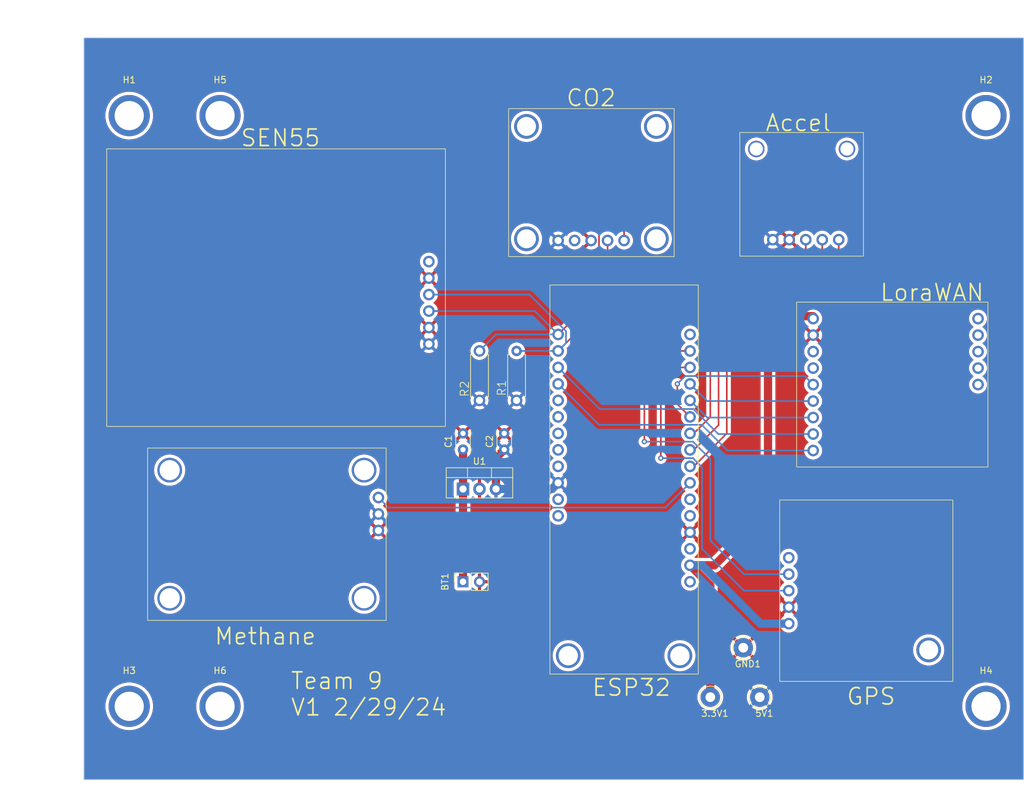
<source format=kicad_pcb>
(kicad_pcb (version 20221018) (generator pcbnew)
  (layers (0 "F.Cu" signal) (31 "B.Cu" signal) (34 "B.Paste" user) (35 "F.Paste" user) (36 "B.SilkS" user "B.Silkscreen") (37 "F.SilkS" user "F.Silkscreen") (38 "B.Mask" user) (39 "F.Mask" user) (44 "Edge.Cuts" user))
  (net 0 "")
  (net 1 "+5V")
  (net 2 "Net-(CO2-SCL)")
  (net 3 "Net-(CO2-SDA)")
  (net 4 "GND")
  (net 5 "Net-(Accelerometer1-Zout)")
  (net 6 "Net-(Accelerometer1-Yout)")
  (net 7 "Net-(Accelerometer1-Xout)")
  (net 10 "Net-(ESP32-WROOM-32E1-TX)")
  (net 11 "Net-(ESP32-WROOM-32E1-RX)")
  (net 12 "+3.3V")
  (net 14 "Net-(ESP32-WROOM-32E1-SCK)")
  (net 15 "Net-(ESP32-WROOM-32E1-MISO)")
  (net 16 "Net-(ESP32-WROOM-32E1-MOSI)")
  (net 17 "Net-(ESP32-WROOM-32E1-D04)")
  (net 18 "Net-(ESP32-WROOM-32E1-D06)")
  (net 24 "Net-(BT1-+)")
  (net 25 "Net-(ESP32-WROOM-32E1-A2)")
  (footprint "my-sensors:SEN55" (layer "F.Cu") (at 106.5038 110.6948 180)
    (fp_text reference "SEN55" (at 25.4 44.45 unlocked) (layer "F.SilkS") (effects (font (size 2.54 2.54) (thickness 0.254))))
    (fp_text value "~")
    (fp_rect (start 0 0) (end 52.1716 42.7736) (stroke (width 0.1)) (fill none) (layer "F.SilkS"))
    (pad "1" thru_hole circle (at 2.54 12.7 180) (size 1.778 1.778) (drill 1.0922) (layers "*.Cu" "*.Mask") (net 1 "+5V"))
    (pad "2" thru_hole circle (at 2.54 15.24 180) (size 1.778 1.778) (drill 1.0922) (layers "*.Cu" "*.Mask") (net 4 "GND"))
    (pad "3" thru_hole circle (at 2.54 17.78 180) (size 1.778 1.778) (drill 1.0922) (layers "*.Cu" "*.Mask") (net 3 "Net-(CO2-SDA)"))
    (pad "4" thru_hole circle (at 2.54 20.32 180) (size 1.778 1.778) (drill 1.0922) (layers "*.Cu" "*.Mask") (net 2 "Net-(CO2-SCL)"))
    (pad "5" thru_hole circle (at 2.54 22.86 180) (size 1.778 1.778) (drill 1.0922) (layers "*.Cu" "*.Mask") (net 4 "GND"))
    (pad "6" thru_hole circle (at 2.54 25.4 180) (size 1.778 1.778) (drill 1.0922) (layers "*.Cu" "*.Mask"))
  )
  (footprint "Connector_PinSocket_2.54mm:PinSocket_1x02_P2.54mm_Vertical" (layer "F.Cu") (at 109.22 134.62 90)
    (fp_text reference "BT1" (at 0 -2.77 90) (layer "F.SilkS"))
    (fp_text value "Battery")
    (fp_line (start -1.33 1.27) (end -1.33 3.87) (stroke (width 0.12)) (layer "F.SilkS"))
    (fp_line (start -1.33 1.27) (end 1.33 1.27) (stroke (width 0.12)) (layer "F.SilkS"))
    (fp_line (start -1.33 3.87) (end 1.33 3.87) (stroke (width 0.12)) (layer "F.SilkS"))
    (fp_line (start 0 -1.33) (end 1.33 -1.33) (stroke (width 0.12)) (layer "F.SilkS"))
    (fp_line (start 1.33 -1.33) (end 1.33 0) (stroke (width 0.12)) (layer "F.SilkS"))
    (fp_line (start 1.33 1.27) (end 1.33 3.87) (stroke (width 0.12)) (layer "F.SilkS"))
    (pad "1" thru_hole rect (at 0 0 90) (size 1.7 1.7) (drill 1) (layers "*.Cu" "*.Mask") (net 24 "Net-(BT1-+)"))
    (pad "2" thru_hole oval (at 0 2.54 90) (size 1.7 1.7) (drill 1) (layers "*.Cu" "*.Mask") (net 4 "GND"))
  )
  (footprint "MountingHole:MountingHole_4.5mm_Pad" (layer "F.Cu") (at 71.7931 153.8097)
    (fp_text reference "H6" (at 0 -5.5) (layer "F.SilkS"))
    (fp_text value "MountingHole")
    (pad "6" thru_hole circle (at 0 0) (size 6.35 6.35) (drill 4.5) (layers "*.Cu" "*.Mask"))
  )
  (footprint "Resistor_THT:R_Axial_DIN0207_L6.3mm_D2.5mm_P7.62mm_Horizontal" (layer "F.Cu") (at 117.475 106.68 90)
    (fp_text reference "R1" (at 1.905 -2.286 90) (layer "F.SilkS") (effects (font (size 1.27 1.27) (thickness 0.127))))
    (fp_text value "4.7k" hide)
    (fp_line (start 0.54 -1.37) (end 7.08 -1.37) (stroke (width 0.12)) (layer "F.SilkS"))
    (fp_line (start 0.54 -1.04) (end 0.54 -1.37) (stroke (width 0.12)) (layer "F.SilkS"))
    (fp_line (start 0.54 1.04) (end 0.54 1.37) (stroke (width 0.12)) (layer "F.SilkS"))
    (fp_line (start 0.54 1.37) (end 7.08 1.37) (stroke (width 0.12)) (layer "F.SilkS"))
    (fp_line (start 7.08 -1.37) (end 7.08 -1.04) (stroke (width 0.12)) (layer "F.SilkS"))
    (fp_line (start 7.08 1.37) (end 7.08 1.04) (stroke (width 0.12)) (layer "F.SilkS"))
    (pad "1" thru_hole circle (at 0 0 90) (size 1.778 1.778) (drill 1.0922) (layers "*.Cu" "*.Mask") (net 1 "+5V"))
    (pad "2" thru_hole oval (at 7.62 0 90) (size 1.6 1.6) (drill 0.8) (layers "*.Cu" "*.Mask") (net 2 "Net-(CO2-SCL)"))
  )
  (footprint "Capacitor_THT:C_Disc_D3.0mm_W2.0mm_P2.50mm" (layer "F.Cu") (at 115.57 114.26 90)
    (fp_text reference "C2" (at 1.25 -2.25 90) (layer "F.SilkS"))
    (fp_text value "0.1")
    (fp_line (start -0.37 -1.12) (end -0.37 -1.055) (stroke (width 0.12)) (layer "F.SilkS"))
    (fp_line (start -0.37 -1.12) (end 2.87 -1.12) (stroke (width 0.12)) (layer "F.SilkS"))
    (fp_line (start -0.37 1.055) (end -0.37 1.12) (stroke (width 0.12)) (layer "F.SilkS"))
    (fp_line (start -0.37 1.12) (end 2.87 1.12) (stroke (width 0.12)) (layer "F.SilkS"))
    (fp_line (start 2.87 -1.12) (end 2.87 -1.055) (stroke (width 0.12)) (layer "F.SilkS"))
    (fp_line (start 2.87 1.055) (end 2.87 1.12) (stroke (width 0.12)) (layer "F.SilkS"))
    (pad "1" thru_hole circle (at 0 0 90) (size 1.6 1.6) (drill 0.8) (layers "*.Cu" "*.Mask") (net 1 "+5V"))
    (pad "2" thru_hole circle (at 2.5 0 90) (size 1.6 1.6) (drill 0.8) (layers "*.Cu" "*.Mask") (net 4 "GND"))
  )
  (footprint "MountingHole:MountingHole_4.5mm_Pad" (layer "F.Cu") (at 57.7977 153.8097)
    (fp_text reference "H3" (at 0 -5.5) (layer "F.SilkS"))
    (fp_text value "MountingHole")
    (pad "3" thru_hole circle (at 0 0) (size 6.35 6.35) (drill 4.5) (layers "*.Cu" "*.Mask"))
  )
  (footprint "Resistor_THT:R_Axial_DIN0207_L6.3mm_D2.5mm_P7.62mm_Horizontal" (layer "F.Cu") (at 111.76 106.68 90)
    (fp_text reference "R2" (at 1.778 -2.286 90) (layer "F.SilkS") (effects (font (size 1.27 1.27) (thickness 0.127))))
    (fp_text value "4.7k" hide)
    (fp_line (start 0.54 -1.37) (end 7.08 -1.37) (stroke (width 0.12)) (layer "F.SilkS"))
    (fp_line (start 0.54 -1.04) (end 0.54 -1.37) (stroke (width 0.12)) (layer "F.SilkS"))
    (fp_line (start 0.54 1.04) (end 0.54 1.37) (stroke (width 0.12)) (layer "F.SilkS"))
    (fp_line (start 0.54 1.37) (end 7.08 1.37) (stroke (width 0.12)) (layer "F.SilkS"))
    (fp_line (start 7.08 -1.37) (end 7.08 -1.04) (stroke (width 0.12)) (layer "F.SilkS"))
    (fp_line (start 7.08 1.37) (end 7.08 1.04) (stroke (width 0.12)) (layer "F.SilkS"))
    (pad "1" thru_hole circle (at 0 0 90) (size 1.778 1.778) (drill 1.0922) (layers "*.Cu" "*.Mask") (net 1 "+5V"))
    (pad "2" thru_hole circle (at 7.62 0 90) (size 1.778 1.778) (drill 1.0922) (layers "*.Cu" "*.Mask") (net 3 "Net-(CO2-SDA)"))
  )
  (footprint "Capacitor_THT:C_Disc_D3.0mm_W2.0mm_P2.50mm" (layer "F.Cu") (at 109.22 114.26 90)
    (fp_text reference "C1" (at 1.25 -2.25 90) (layer "F.SilkS"))
    (fp_text value "0.22")
    (fp_line (start -0.37 -1.12) (end -0.37 -1.055) (stroke (width 0.12)) (layer "F.SilkS"))
    (fp_line (start -0.37 -1.12) (end 2.87 -1.12) (stroke (width 0.12)) (layer "F.SilkS"))
    (fp_line (start -0.37 1.055) (end -0.37 1.12) (stroke (width 0.12)) (layer "F.SilkS"))
    (fp_line (start -0.37 1.12) (end 2.87 1.12) (stroke (width 0.12)) (layer "F.SilkS"))
    (fp_line (start 2.87 -1.12) (end 2.87 -1.055) (stroke (width 0.12)) (layer "F.SilkS"))
    (fp_line (start 2.87 1.055) (end 2.87 1.12) (stroke (width 0.12)) (layer "F.SilkS"))
    (pad "1" thru_hole circle (at 0 0 90) (size 1.6 1.6) (drill 0.8) (layers "*.Cu" "*.Mask") (net 24 "Net-(BT1-+)"))
    (pad "2" thru_hole circle (at 2.5 0 90) (size 1.6 1.6) (drill 0.8) (layers "*.Cu" "*.Mask") (net 4 "GND"))
  )
  (footprint "MountingHole:MountingHole_4.5mm_Pad" (layer "F.Cu") (at 189.8015 62.8015)
    (fp_text reference "H2" (at 0 -5.5) (layer "F.SilkS"))
    (fp_text value "MountingHole")
    (pad "2" thru_hole circle (at 0 0) (size 6.35 6.35) (drill 4.5) (layers "*.Cu" "*.Mask"))
  )
  (footprint "my-sensors:ESP32" (layer "F.Cu") (at 122.6058 88.9)
    (fp_text reference "ESP32-WROOM-32E1")
    (fp_text value "~")
    (fp_text user "ESP32" (at 6.35 63.5 unlocked) (layer "F.SilkS") (effects (font (size 2.54 2.54) (thickness 0.254)) (justify left bottom)))
    (fp_rect (start 0 0) (end 22.86 59.944) (stroke (width 0.1)) (fill none) (layer "F.SilkS"))
    (pad "1" thru_hole circle (at 1.27 7.62) (size 1.778 1.778) (drill 1.0922) (layers "*.Cu" "*.Mask") (net 3 "Net-(CO2-SDA)"))
    (pad "2" thru_hole circle (at 1.27 10.16) (size 1.778 1.778) (drill 1.0922) (layers "*.Cu" "*.Mask") (net 2 "Net-(CO2-SCL)"))
    (pad "3" thru_hole circle (at 1.27 12.7) (size 1.778 1.778) (drill 1.0922) (layers "*.Cu" "*.Mask") (net 17 "Net-(ESP32-WROOM-32E1-D04)"))
    (pad "4" thru_hole circle (at 1.27 15.24) (size 1.778 1.778) (drill 1.0922) (layers "*.Cu" "*.Mask") (net 18 "Net-(ESP32-WROOM-32E1-D06)"))
    (pad "5" thru_hole circle (at 1.27 17.78) (size 1.778 1.778) (drill 1.0922) (layers "*.Cu" "*.Mask"))
    (pad "6" thru_hole circle (at 1.27 20.32) (size 1.778 1.778) (drill 1.0922) (layers "*.Cu" "*.Mask"))
    (pad "7" thru_hole circle (at 1.27 22.86) (size 1.778 1.778) (drill 1.0922) (layers "*.Cu" "*.Mask"))
    (pad "8" thru_hole circle (at 1.27 25.4) (size 1.778 1.778) (drill 1.0922) (layers "*.Cu" "*.Mask"))
    (pad "9" thru_hole circle (at 1.27 27.94) (size 1.778 1.778) (drill 1.0922) (layers "*.Cu" "*.Mask"))
    (pad "10" thru_hole circle (at 1.27 30.48) (size 1.778 1.778) (drill 1.0922) (layers "*.Cu" "*.Mask") (net 1 "+5V"))
    (pad "11" thru_hole circle (at 1.27 33.02) (size 1.778 1.778) (drill 1.0922) (layers "*.Cu" "*.Mask"))
    (pad "12" thru_hole circle (at 1.27 35.56) (size 1.778 1.778) (drill 1.0922) (layers "*.Cu" "*.Mask"))
    (pad "13" thru_hole circle (at 21.59 45.72) (size 1.778 1.778) (drill 1.0922) (layers "*.Cu" "*.Mask"))
    (pad "14" thru_hole circle (at 21.59 43.18) (size 1.778 1.778) (drill 1.0922) (layers "*.Cu" "*.Mask") (net 12 "+3.3V"))
    (pad "15" thru_hole circle (at 21.59 40.64) (size 1.778 1.778) (drill 1.0922) (layers "*.Cu" "*.Mask"))
    (pad "16" thru_hole circle (at 21.59 38.1) (size 1.778 1.778) (drill 1.0922) (layers "*.Cu" "*.Mask") (net 4 "GND"))
    (pad "17" thru_hole circle (at 21.59 35.56) (size 1.778 1.778) (drill 1.0922) (layers "*.Cu" "*.Mask"))
    (pad "18" thru_hole circle (at 21.59 33.02) (size 1.778 1.778) (drill 1.0922) (layers "*.Cu" "*.Mask"))
    (pad "19" thru_hole circle (at 21.59 30.48) (size 1.778 1.778) (drill 1.0922) (layers "*.Cu" "*.Mask") (net 25 "Net-(ESP32-WROOM-32E1-A2)"))
    (pad "20" thru_hole circle (at 21.59 27.94) (size 1.778 1.778) (drill 1.0922) (layers "*.Cu" "*.Mask") (net 7 "Net-(Accelerometer1-Xout)"))
    (pad "21" thru_hole circle (at 21.59 25.4) (size 1.778 1.778) (drill 1.0922) (layers "*.Cu" "*.Mask") (net 6 "Net-(Accelerometer1-Yout)"))
    (pad "22" thru_hole circle (at 21.59 22.86) (size 1.778 1.778) (drill 1.0922) (layers "*.Cu" "*.Mask") (net 5 "Net-(Accelerometer1-Zout)"))
    (pad "23" thru_hole circle (at 21.59 20.32) (size 1.778 1.778) (drill 1.0922) (layers "*.Cu" "*.Mask") (net 14 "Net-(ESP32-WROOM-32E1-SCK)"))
    (pad "24" thru_hole circle (at 21.59 17.78) (size 1.778 1.778) (drill 1.0922) (layers "*.Cu" "*.Mask") (net 16 "Net-(ESP32-WROOM-32E1-MOSI)"))
    (pad "25" thru_hole circle (at 21.59 15.24) (size 1.778 1.778) (drill 1.0922) (layers "*.Cu" "*.Mask") (net 15 "Net-(ESP32-WROOM-32E1-MISO)"))
    (pad "26" thru_hole circle (at 21.59 12.7) (size 1.778 1.778) (drill 1.0922) (layers "*.Cu" "*.Mask") (net 11 "Net-(ESP32-WROOM-32E1-RX)"))
    (pad "27" thru_hole circle (at 21.59 10.16) (size 1.778 1.778) (drill 1.0922) (layers "*.Cu" "*.Mask") (net 10 "Net-(ESP32-WROOM-32E1-TX)"))
    (pad "28" thru_hole circle (at 21.59 7.62) (size 1.778 1.778) (drill 1.0922) (layers "*.Cu" "*.Mask"))
    (pad "29" thru_hole circle (at 2.8321 57.1119) (size 3.81 3.81) (drill 2.9718) (layers "*.Cu" "*.Mask"))
    (pad "30" thru_hole circle (at 20.0279 57.1119) (size 3.81 3.81) (drill 2.9718) (layers "*.Cu" "*.Mask"))
  )
  (footprint "my-sensors:Methane" (layer "F.Cu") (at 60.6298 114.0206)
    (fp_text reference "Methane1")
    (fp_text value "~")
    (fp_text user "Methane" (at 10.16 30.48 unlocked) (layer "F.SilkS") (effects (font (size 2.54 2.54) (thickness 0.254)) (justify left bottom)))
    (fp_rect (start 0 0) (end 36.7538 26.543) (stroke (width 0.1)) (fill none) (layer "F.SilkS"))
    (pad "1" thru_hole circle (at 35.56 7.62) (size 1.778 1.778) (drill 1.0922) (layers "*.Cu" "*.Mask") (net 25 "Net-(ESP32-WROOM-32E1-A2)"))
    (pad "2" thru_hole circle (at 35.56 10.16) (size 1.778 1.778) (drill 1.0922) (layers "*.Cu" "*.Mask") (net 1 "+5V"))
    (pad "3" thru_hole circle (at 35.56 12.7) (size 1.778 1.778) (drill 1.0922) (layers "*.Cu" "*.Mask") (net 4 "GND"))
    (pad "4" thru_hole circle (at 3.4036 3.4036 270) (size 3.81 3.81) (drill 3.0988) (layers "*.Cu" "*.Mask"))
    (pad "5" thru_hole circle (at 33.3502 3.4036 270) (size 3.81 3.81) (drill 3.0988) (layers "*.Cu" "*.Mask"))
    (pad "6" thru_hole circle (at 3.4036 23.1394 270) (size 3.81 3.81) (drill 3.0988) (layers "*.Cu" "*.Mask"))
    (pad "7" thru_hole circle (at 33.3502 23.1394 270) (size 3.81 3.81) (drill 3.0988) (layers "*.Cu" "*.Mask"))
  )
  (footprint "my-sensors:Accelerometer" (layer "F.Cu") (at 151.865 65.405)
    (fp_text reference "Accelerometer1")
    (fp_text value "~")
    (fp_text user "Accel" (at 3.81 0 unlocked) (layer "F.SilkS") (effects (font (size 2.54 2.54) (thickness 0.254)) (justify left bottom)))
    (fp_rect (start 0 0) (end 19.05 19.05) (stroke (width 0.1)) (fill none) (layer "F.SilkS"))
    (pad "1" thru_hole circle (at 5.08 16.51) (size 1.778 1.778) (drill 1.0922) (layers "*.Cu" "*.Mask") (net 1 "+5V"))
    (pad "2" thru_hole circle (at 7.62 16.51) (size 1.778 1.778) (drill 1.0922) (layers "*.Cu" "*.Mask") (net 4 "GND"))
    (pad "3" thru_hole circle (at 10.16 16.51) (size 1.778 1.778) (drill 1.0922) (layers "*.Cu" "*.Mask") (net 5 "Net-(Accelerometer1-Zout)"))
    (pad "4" thru_hole circle (at 12.7 16.51) (size 1.778 1.778) (drill 1.0922) (layers "*.Cu" "*.Mask") (net 6 "Net-(Accelerometer1-Yout)"))
    (pad "5" thru_hole circle (at 15.24 16.51) (size 1.778 1.778) (drill 1.0922) (layers "*.Cu" "*.Mask") (net 7 "Net-(Accelerometer1-Xout)"))
    (pad "6" thru_hole circle (at 2.54 2.54) (size 2.54 2.54) (drill 2.032) (layers "*.Cu" "*.Mask"))
    (pad "7" thru_hole circle (at 16.51 2.54) (size 2.54 2.54) (drill 2.032) (layers "*.Cu" "*.Mask"))
  )
  (footprint "Package_TO_SOT_THT:TO-220-3_Vertical" (layer "F.Cu") (at 109.22 120.325)
    (fp_text reference "U1" (at 2.54 -4.27) (layer "F.SilkS"))
    (fp_text value "L7805")
    (fp_line (start -2.58 -3.27) (end -2.58 1.371) (stroke (width 0.12)) (layer "F.SilkS"))
    (fp_line (start -2.58 -3.27) (end 7.66 -3.27) (stroke (width 0.12)) (layer "F.SilkS"))
    (fp_line (start -2.58 -1.76) (end 7.66 -1.76) (stroke (width 0.12)) (layer "F.SilkS"))
    (fp_line (start -2.58 1.371) (end 7.66 1.371) (stroke (width 0.12)) (layer "F.SilkS"))
    (fp_line (start 0.69 -3.27) (end 0.69 -1.76) (stroke (width 0.12)) (layer "F.SilkS"))
    (fp_line (start 4.391 -3.27) (end 4.391 -1.76) (stroke (width 0.12)) (layer "F.SilkS"))
    (fp_line (start 7.66 -3.27) (end 7.66 1.371) (stroke (width 0.12)) (layer "F.SilkS"))
    (pad "1" thru_hole rect (at 0 0) (size 1.905 2) (drill 1.1) (layers "*.Cu" "*.Mask") (net 24 "Net-(BT1-+)"))
    (pad "2" thru_hole oval (at 2.54 0) (size 1.905 2) (drill 1.1) (layers "*.Cu" "*.Mask") (net 4 "GND"))
    (pad "3" thru_hole oval (at 5.08 0) (size 1.905 2) (drill 1.1) (layers "*.Cu" "*.Mask") (net 1 "+5V"))
  )
  (footprint "MountingHole:MountingHole_4.5mm_Pad" (layer "F.Cu") (at 57.7977 62.8015)
    (fp_text reference "H1" (at 0 -5.5) (layer "F.SilkS"))
    (fp_text value "MountingHole")
    (pad "1" thru_hole circle (at 0 0) (size 6.35 6.35) (drill 4.5) (layers "*.Cu" "*.Mask"))
  )
  (footprint "TestPoint:TestPoint_Loop_D2.54mm_Drill1.5mm_Beaded" (layer "F.Cu") (at 154.94 152.4)
    (fp_text reference "5V1" (at 0.7 2.5) (layer "F.SilkS"))
    (fp_text value "TestPoint")
    (fp_circle (center 0 0) (end 1.7 0) (stroke (width 0.12)) (fill none) (layer "F.SilkS"))
    (pad "1" thru_hole circle (at 0 0) (size 3 3) (drill 1.5) (layers "*.Cu" "*.Mask") (net 1 "+5V"))
  )
  (footprint "MountingHole:MountingHole_4.5mm_Pad" (layer "F.Cu") (at 71.7931 62.8015)
    (fp_text reference "H5" (at 0 -5.5) (layer "F.SilkS"))
    (fp_text value "MountingHole")
    (pad "5" thru_hole circle (at 0 0) (size 6.35 6.35) (drill 4.5) (layers "*.Cu" "*.Mask"))
  )
  (footprint "my-sensors:GPS" (layer "F.Cu") (at 184.685 122.02 -90)
    (fp_text reference "GPS1")
    (fp_text value "~")
    (fp_text user "GPS" (at 31.75 16.51 unlocked) (layer "F.SilkS") (effects (font (size 2.54 2.54) (thickness 0.254)) (justify left bottom)))
    (fp_rect (start 0 0) (end 27.94 26.67) (stroke (width 0.1)) (fill none) (layer "F.SilkS"))
    (pad "1" thru_hole circle (at 8.89 25.273 270) (size 1.778 1.778) (drill 1.0922) (layers "*.Cu" "*.Mask"))
    (pad "2" thru_hole circle (at 11.43 25.273 270) (size 1.778 1.778) (drill 1.0922) (layers "*.Cu" "*.Mask") (net 10 "Net-(ESP32-WROOM-32E1-TX)"))
    (pad "3" thru_hole circle (at 13.97 25.273 270) (size 1.778 1.778) (drill 1.0922) (layers "*.Cu" "*.Mask") (net 11 "Net-(ESP32-WROOM-32E1-RX)"))
    (pad "4" thru_hole circle (at 16.51 25.273 270) (size 1.778 1.778) (drill 1.0922) (layers "*.Cu" "*.Mask") (net 4 "GND"))
    (pad "5" thru_hole circle (at 19.05 25.273 270) (size 1.778 1.778) (drill 1.0922) (layers "*.Cu" "*.Mask") (net 12 "+3.3V"))
    (pad "6" thru_hole circle (at 23.1013 3.7211 270) (size 3.81 3.81) (drill 2.921) (layers "*.Cu" "*.Mask"))
  )
  (footprint "my-sensors:LoraWAN" (layer "F.Cu") (at 160.628 91.54)
    (fp_text reference "LoraWAN1")
    (fp_text value "~")
    (fp_text user "LoraWAN" (at 12.7 0 unlocked) (layer "F.SilkS") (effects (font (size 2.54 2.54) (thickness 0.254)) (justify left bottom)))
    (fp_rect (start 0 0) (end 29.464 25.4) (stroke (width 0.1)) (fill none) (layer "F.SilkS"))
    (pad "1" thru_hole circle (at 2.54 2.54 270) (size 1.778 1.778) (drill 1.0922) (layers "*.Cu" "*.Mask") (net 12 "+3.3V"))
    (pad "2" thru_hole circle (at 2.54 5.08 270) (size 1.778 1.778) (drill 1.0922) (layers "*.Cu" "*.Mask") (net 4 "GND"))
    (pad "3" thru_hole circle (at 2.54 7.62 270) (size 1.778 1.778) (drill 1.0922) (layers "*.Cu" "*.Mask"))
    (pad "4" thru_hole circle (at 2.54 10.16 270) (size 1.778 1.778) (drill 1.0922) (layers "*.Cu" "*.Mask"))
    (pad "5" thru_hole circle (at 2.54 12.7 270) (size 1.778 1.778) (drill 1.0922) (layers "*.Cu" "*.Mask") (net 14 "Net-(ESP32-WROOM-32E1-SCK)"))
    (pad "6" thru_hole circle (at 2.54 15.24 270) (size 1.778 1.778) (drill 1.0922) (layers "*.Cu" "*.Mask") (net 15 "Net-(ESP32-WROOM-32E1-MISO)"))
    (pad "7" thru_hole circle (at 2.54 17.78 270) (size 1.778 1.778) (drill 1.0922) (layers "*.Cu" "*.Mask") (net 16 "Net-(ESP32-WROOM-32E1-MOSI)"))
    (pad "8" thru_hole circle (at 2.54 20.32 270) (size 1.778 1.778) (drill 1.0922) (layers "*.Cu" "*.Mask") (net 17 "Net-(ESP32-WROOM-32E1-D04)"))
    (pad "9" thru_hole circle (at 2.54 22.86 270) (size 1.778 1.778) (drill 1.0922) (layers "*.Cu" "*.Mask") (net 18 "Net-(ESP32-WROOM-32E1-D06)"))
    (pad "10" thru_hole circle (at 27.94 12.7 270) (size 1.778 1.778) (drill 1.0922) (layers "*.Cu" "*.Mask"))
    (pad "11" thru_hole circle (at 27.94 10.16 270) (size 1.778 1.778) (drill 1.0922) (layers "*.Cu" "*.Mask"))
    (pad "12" thru_hole circle (at 27.94 7.62 270) (size 1.778 1.778) (drill 1.0922) (layers "*.Cu" "*.Mask"))
    (pad "13" thru_hole circle (at 27.94 5.08 270) (size 1.778 1.778) (drill 1.0922) (layers "*.Cu" "*.Mask"))
    (pad "14" thru_hole circle (at 27.94 2.54 270) (size 1.778 1.778) (drill 1.0922) (layers "*.Cu" "*.Mask"))
  )
  (footprint "MountingHole:MountingHole_4.5mm_Pad" (layer "F.Cu") (at 189.8015 153.8097)
    (fp_text reference "H4" (at 0 -5.5) (layer "F.SilkS"))
    (fp_text value "MountingHole")
    (pad "4" thru_hole circle (at 0 0) (size 6.35 6.35) (drill 4.5) (layers "*.Cu" "*.Mask"))
  )
  (footprint "TestPoint:TestPoint_Loop_D2.54mm_Drill1.5mm_Beaded" (layer "F.Cu") (at 147.32 152.4)
    (fp_text reference "3.3V1" (at 0.7 2.5) (layer "F.SilkS"))
    (fp_text value "TestPoint")
    (fp_circle (center 0 0) (end 1.7 0) (stroke (width 0.12)) (fill none) (layer "F.SilkS"))
    (pad "1" thru_hole circle (at 0 0) (size 3 3) (drill 1.5) (layers "*.Cu" "*.Mask") (net 12 "+3.3V"))
  )
  (footprint "my-sensors:CO2" (layer "F.Cu") (at 116.255 61.725)
    (fp_text reference "CO2" (at 12.7 -1.651 unlocked) (layer "F.SilkS") (effects (font (size 2.54 2.54) (thickness 0.254))))
    (fp_text value "~")
    (fp_rect (start 0 0) (end 25.5 22.8) (stroke (width 0.1)) (fill none) (layer "F.SilkS"))
    (pad "1" thru_hole circle (at 7.62 20.32) (size 1.778 1.778) (drill 1.0922) (layers "*.Cu" "*.Mask") (net 1 "+5V"))
    (pad "2" thru_hole circle (at 10.16 20.32) (size 1.778 1.778) (drill 1.0922) (layers "*.Cu" "*.Mask"))
    (pad "3" thru_hole circle (at 12.7 20.32) (size 1.778 1.778) (drill 1.0922) (layers "*.Cu" "*.Mask") (net 4 "GND"))
    (pad "4" thru_hole circle (at 15.24 20.32) (size 1.778 1.778) (drill 1.0922) (layers "*.Cu" "*.Mask") (net 2 "Net-(CO2-SCL)"))
    (pad "5" thru_hole circle (at 17.78 20.32) (size 1.778 1.778) (drill 1.0922) (layers "*.Cu" "*.Mask") (net 3 "Net-(CO2-SDA)"))
    (pad "6" thru_hole circle (at 2.7432 2.7432 270) (size 3.81 3.81) (drill 2.921) (layers "*.Cu" "*.Mask"))
    (pad "7" thru_hole circle (at 22.75586 2.7432 270) (size 3.81 3.81) (drill 2.921) (layers "*.Cu" "*.Mask"))
    (pad "8" thru_hole circle (at 2.7432 20.05584 270) (size 3.81 3.81) (drill 2.921) (layers "*.Cu" "*.Mask"))
    (pad "9" thru_hole circle (at 22.75586 20.05584 270) (size 3.81 3.81) (drill 2.921) (layers "*.Cu" "*.Mask"))
  )
  (footprint "TestPoint:TestPoint_Loop_D2.54mm_Drill1.5mm_Beaded" (layer "F.Cu") (at 152.4 144.78)
    (fp_text reference "GND1" (at 0.7 2.5) (layer "F.SilkS"))
    (fp_text value "TestPoint")
    (fp_circle (center 0 0) (end 1.7 0) (stroke (width 0.12)) (fill none) (layer "F.SilkS"))
    (pad "1" thru_hole circle (at 0 0) (size 3 3) (drill 1.5) (layers "*.Cu" "*.Mask") (net 4 "GND"))
  )
  (gr_rect (start 50.8 50.8) (end 195.58 165.1) (stroke (width 0.1)) (fill none) (layer "Edge.Cuts"))
  (gr_text "Team 9\nV1 2/29/24" (at 82.55 155.448) (layer "F.SilkS") (effects (font (size 2.54 2.54) (thickness 0.254)) (justify left bottom)))
  (segment (start 114.3 115.53) (end 115.57 114.26) (width 1.27) (layer "F.Cu") (net 1))
  (segment (start 114.3 120.325) (end 114.3 115.53) (width 1.27) (layer "F.Cu") (net 1))
  (segment (start 114.3 120.325) (end 122.9308 120.325) (width 1.27) (layer "B.Cu") (net 1))
  (segment (start 122.9308 120.325) (end 123.8758 119.38) (width 1.27) (layer "B.Cu") (net 1))
  (segment (start 131.495 82.045) (end 131.495 91.4408) (width 0.25) (layer "F.Cu") (net 2))
  (segment (start 131.495 91.4408) (end 123.8758 99.06) (width 0.25) (layer "F.Cu") (net 2))
  (segment (start 119.447456 90.3748) (end 125.0898 96.017144) (width 0.25) (layer "B.Cu") (net 2))
  (segment (start 103.9638 90.3748) (end 119.447456 90.3748) (width 0.25) (layer "B.Cu") (net 2))
  (segment (start 125.0898 97.846) (end 123.8758 99.06) (width 0.25) (layer "B.Cu") (net 2))
  (segment (start 125.0898 96.017144) (end 125.0898 97.846) (width 0.25) (layer "B.Cu") (net 2))
  (segment (start 117.475 99.06) (end 123.8758 99.06) (width 0.25) (layer "B.Cu") (net 2))
  (segment (start 133.35 80.01) (end 134.035 80.695) (width 0.25) (layer "F.Cu") (net 3))
  (segment (start 130.169 80.639) (end 130.798 80.01) (width 0.25) (layer "F.Cu") (net 3))
  (segment (start 134.035 80.695) (end 134.035 82.045) (width 0.25) (layer "F.Cu") (net 3))
  (segment (start 130.169 90.2268) (end 130.169 80.639) (width 0.25) (layer "F.Cu") (net 3))
  (segment (start 130.798 80.01) (end 133.35 80.01) (width 0.25) (layer "F.Cu") (net 3))
  (segment (start 123.8758 96.52) (end 130.169 90.2268) (width 0.25) (layer "F.Cu") (net 3))
  (segment (start 120.2706 92.9148) (end 123.8758 96.52) (width 0.25) (layer "B.Cu") (net 3))
  (segment (start 103.9638 92.9148) (end 105.6148 92.9148) (width 0.25) (layer "B.Cu") (net 3))
  (segment (start 103.9638 92.9148) (end 120.2706 92.9148) (width 0.25) (layer "B.Cu") (net 3))
  (segment (start 111.76 99.06) (end 114.3 96.52) (width 0.25) (layer "B.Cu") (net 3))
  (segment (start 114.3 96.52) (end 123.8758 96.52) (width 0.25) (layer "B.Cu") (net 3))
  (segment (start 162.025 84.355) (end 159.385 86.995) (width 0.25) (layer "F.Cu") (net 5))
  (segment (start 159.385 86.995) (end 149.86 86.995) (width 0.25) (layer "F.Cu") (net 5))
  (segment (start 162.025 81.915) (end 162.025 84.355) (width 0.25) (layer "F.Cu") (net 5))
  (segment (start 149.86 86.995) (end 147.32 89.535) (width 0.25) (layer "F.Cu") (net 5))
  (segment (start 147.32 89.535) (end 147.32 109.22) (width 0.25) (layer "F.Cu") (net 5))
  (segment (start 147.32 109.22) (end 145.098198 111.441802) (width 0.25) (layer "F.Cu") (net 5))
  (segment (start 148.59 90.17) (end 148.59 110.49) (width 0.25) (layer "F.Cu") (net 6))
  (segment (start 148.59 110.49) (end 144.78 114.3) (width 0.25) (layer "F.Cu") (net 6))
  (segment (start 160.655 88.265) (end 150.495 88.265) (width 0.25) (layer "F.Cu") (net 6))
  (segment (start 150.495 88.265) (end 148.59 90.17) (width 0.25) (layer "F.Cu") (net 6))
  (segment (start 164.565 81.915) (end 164.565 84.355) (width 0.25) (layer "F.Cu") (net 6))
  (segment (start 164.565 84.355) (end 160.655 88.265) (width 0.25) (layer "F.Cu") (net 6))
  (segment (start 167.105 81.915) (end 167.105 84.99) (width 0.25) (layer "F.Cu") (net 7))
  (segment (start 167.105 84.99) (end 161.925 90.17) (width 0.25) (layer "F.Cu") (net 7))
  (segment (start 161.925 90.17) (end 151.13 90.17) (width 0.25) (layer "F.Cu") (net 7))
  (segment (start 149.86 111.76) (end 144.78 116.84) (width 0.25) (layer "F.Cu") (net 7))
  (segment (start 151.13 90.17) (end 149.86 91.44) (width 0.25) (layer "F.Cu") (net 7))
  (segment (start 149.86 91.44) (end 149.86 111.76) (width 0.25) (layer "F.Cu") (net 7))
  (segment (start 137.16 113.03) (end 137.16 102.87) (width 0.25) (layer "F.Cu") (net 10))
  (segment (start 137.16 102.87) (end 140.97 99.06) (width 0.25) (layer "F.Cu") (net 10))
  (segment (start 140.97 99.06) (end 144.1958 99.06) (width 0.25) (layer "F.Cu") (net 10))
  (via (at 137.16 113.03) (size 0.8) (drill 0.4) (layers "F.Cu" "B.Cu") (net 10))
  (segment (start 159.412 133.45) (end 152.5 133.45) (width 0.25) (layer "B.Cu") (net 10))
  (segment (start 144.642656 113.03) (end 137.16 113.03) (width 0.25) (layer "B.Cu") (net 10))
  (segment (start 147.32 115.707344) (end 144.642656 113.03) (width 0.25) (layer "B.Cu") (net 10))
  (segment (start 147.32 128.27) (end 147.32 115.707344) (width 0.25) (layer "B.Cu") (net 10))
  (segment (start 152.5 133.45) (end 147.32 128.27) (width 0.25) (layer "B.Cu") (net 10))
  (segment (start 140.97 101.6) (end 144.1958 101.6) (width 0.25) (layer "F.Cu") (net 11))
  (segment (start 139.7 102.87) (end 140.97 101.6) (width 0.25) (layer "F.Cu") (net 11))
  (segment (start 139.7 115.57) (end 139.7 102.87) (width 0.25) (layer "F.Cu") (net 11))
  (via (at 139.7 115.57) (size 0.8) (drill 0.4) (layers "F.Cu" "B.Cu") (net 11))
  (segment (start 144.642656 115.57) (end 139.7 115.57) (width 0.25) (layer "B.Cu") (net 11))
  (segment (start 159.412 135.99) (end 152.5 135.99) (width 0.25) (layer "B.Cu") (net 11))
  (segment (start 152.5 135.99) (end 146.05 129.54) (width 0.25) (layer "B.Cu") (net 11))
  (segment (start 146.05 129.54) (end 146.05 116.977344) (width 0.25) (layer "B.Cu") (net 11))
  (segment (start 146.05 116.977344) (end 144.642656 115.57) (width 0.25) (layer "B.Cu") (net 11))
  (segment (start 147.32 135.2042) (end 147.32 152.4) (width 1.27) (layer "F.Cu") (net 12))
  (segment (start 144.1958 132.08) (end 147.32 135.2042) (width 1.27) (layer "F.Cu") (net 12))
  (segment (start 156.21 96.52) (end 156.21 123.825) (width 1.27) (layer "F.Cu") (net 12))
  (segment (start 156.21 123.825) (end 147.955 132.08) (width 1.27) (layer "F.Cu") (net 12))
  (segment (start 163.168 93.699) (end 159.031 93.699) (width 1.27) (layer "F.Cu") (net 12))
  (segment (start 159.031 93.699) (end 156.21 96.52) (width 1.27) (layer "F.Cu") (net 12))
  (segment (start 147.955 132.08) (end 144.78 132.08) (width 1.27) (layer "F.Cu") (net 12))
  (segment (start 146.05 132.08) (end 144.78 132.08) (width 1.27) (layer "B.Cu") (net 12))
  (segment (start 155.04 141.07) (end 146.05 132.08) (width 1.27) (layer "B.Cu") (net 12))
  (segment (start 159.412 141.07) (end 155.04 141.07) (width 1.27) (layer "B.Cu") (net 12))
  (segment (start 142.24 104.14) (end 142.24 107.2642) (width 0.25) (layer "F.Cu") (net 14))
  (segment (start 142.24 107.2642) (end 144.1958 109.22) (width 0.25) (layer "F.Cu") (net 14))
  (via (at 142.24 104.14) (size 0.8) (drill 0.4) (layers "F.Cu" "B.Cu") (net 14))
  (segment (start 143.454 102.926) (end 142.24 104.14) (width 0.25) (layer "B.Cu") (net 14))
  (segment (start 161.854 102.926) (end 143.454 102.926) (width 0.25) (layer "B.Cu") (net 14))
  (segment (start 163.168 104.24) (end 161.854 102.926) (width 0.25) (layer "B.Cu") (net 14))
  (segment (start 163.168 106.78) (end 146.8358 106.78) (width 0.25) (layer "B.Cu") (net 15))
  (segment (start 146.8358 106.78) (end 144.1958 104.14) (width 0.25) (layer "B.Cu") (net 15))
  (segment (start 146.8358 109.32) (end 144.1958 106.68) (width 0.25) (layer "B.Cu") (net 16))
  (segment (start 163.168 109.32) (end 146.8358 109.32) (width 0.25) (layer "B.Cu") (net 16))
  (segment (start 163.168 111.86) (end 148.552656 111.86) (width 0.25) (layer "B.Cu") (net 17))
  (segment (start 148.552656 111.86) (end 144.698656 108.006) (width 0.25) (layer "B.Cu") (net 17))
  (segment (start 144.698656 108.006) (end 130.2818 108.006) (width 0.25) (layer "B.Cu") (net 17))
  (segment (start 130.2818 108.006) (end 123.8758 101.6) (width 0.25) (layer "B.Cu") (net 17))
  (segment (start 149.96 114.4) (end 145.994 110.434) (width 0.25) (layer "B.Cu") (net 18))
  (segment (start 163.168 114.4) (end 149.96 114.4) (width 0.25) (layer "B.Cu") (net 18))
  (segment (start 145.994 110.434) (end 130.1698 110.434) (width 0.25) (layer "B.Cu") (net 18))
  (segment (start 130.1698 110.434) (end 123.8758 104.14) (width 0.25) (layer "B.Cu") (net 18))
  (segment (start 109.22 120.325) (end 109.22 134.62) (width 1.27) (layer "F.Cu") (net 24))
  (segment (start 109.22 114.26) (end 109.22 120.325) (width 1.27) (layer "F.Cu") (net 24))
  (segment (start 140.3858 123.19) (end 144.1958 119.38) (width 0.25) (layer "B.Cu") (net 25))
  (segment (start 97.7392 123.19) (end 140.3858 123.19) (width 0.25) (layer "B.Cu") (net 25))
  (segment (start 96.1898 121.6406) (end 97.7392 123.19) (width 0.25) (layer "B.Cu") (net 25))
  (zone (net 4) (net_name "GND") (layer "F.Cu") (name "GND") (connect_pads (clearance 0.5)) (min_thickness 0.25) (fill yes (thermal_gap 0.5) (thermal_bridge_width 0.5))
    (polygon (pts (xy 48.26 48.26) (xy 195.58 48.26) (xy 195.58 167.64) (xy 48.26 167.64)))
  )
  (zone (net 1) (net_name "+5V") (layer "B.Cu") (name "5V") (priority 1) (connect_pads (clearance 0.5)) (min_thickness 0.25) (fill yes (thermal_gap 0.5) (thermal_bridge_width 0.5))
    (polygon (pts (xy 48.26 48.26) (xy 195.58 48.26) (xy 195.58 167.64) (xy 48.26 167.64)))
  )
)
</source>
